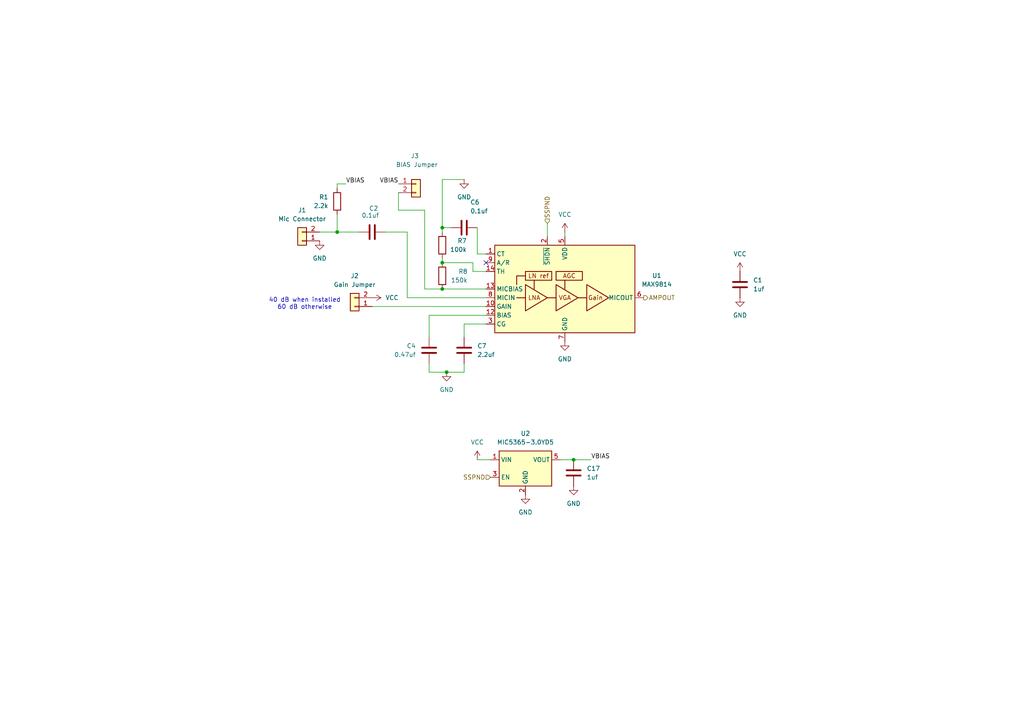
<source format=kicad_sch>
(kicad_sch (version 20250114) (generator "eeschema") (generator_version "9.0")
  (paper "A4")
  (lib_symbols
    (symbol "Amplifier_Audio:MAX9814"
      (property "Reference" "U" (at -20.32 13.97 0))
      (property "Value" "MAX9814" (at 11.43 13.97 0))
      (symbol "MAX9814_0_0"
        (rectangle (start -11.43 5.08) (end -3.81 2.54) (stroke (width 0.254)))
        (polyline (pts (xy -11.43 3.81) (xy -13.97 3.81) (xy -13.97 1.27)) (stroke (width 0.254)))
        (polyline (pts (xy -11.43 -2.54) (xy -13.97 -2.54)) (stroke (width 0.254)))
        (polyline (pts (xy -8.89 2.54) (xy -8.89 0)) (stroke (width 0.254)))
        (polyline (pts (xy -5.08 -2.54) (xy -11.43 1.27) (xy -11.43 -6.35) (xy -5.08 -2.54)) (stroke (width 0.254)))
        (rectangle (start -2.54 5.08) (end 5.08 2.54) (stroke (width 0.254)))
        (polyline (pts (xy -2.54 -2.54) (xy -5.08 -2.54)) (stroke (width 0.254)))
        (polyline (pts (xy 0 2.54) (xy 0 0)) (stroke (width 0.254)))
        (polyline (pts (xy 3.81 -2.54) (xy 6.35 -2.54)) (stroke (width 0.254)))
        (polyline (pts (xy 3.81 -2.54) (xy -2.54 1.27) (xy -2.54 -6.35) (xy 3.81 -2.54)) (stroke (width 0.254)))
        (polyline (pts (xy 12.7 -2.54) (xy 6.35 1.27) (xy 6.35 -6.35) (xy 12.7 -2.54)) (stroke (width 0.254)))
        (text "LNA" (at -8.89 -2.54 0) (effects (font (size 1.27 1.27))))
        (text "LN ref" (at -7.62 3.81 0) (effects (font (size 1.27 1.27))))
        (text "VGA" (at 0 -2.54 0) (effects (font (size 1.27 1.27))))
        (text "AGC" (at 1.27 3.81 0) (effects (font (size 1.27 1.27))))
        (text "Gain" (at 8.89 -2.54 0) (effects (font (size 1.27 1.27))))
      )
      (symbol "MAX9814_0_1"
        (rectangle (start -20.32 12.7) (end 20.32 -12.7) (stroke (width 0.254)) (fill (type background)))
      )
      (symbol "MAX9814_1_1"
        (pin input line (at -22.86 10.16 0) (length 2.54) (name "CT") (number "1"))
        (pin input line (at -22.86 7.62 0) (length 2.54) (name "A/R") (number "9"))
        (pin input line (at -22.86 5.08 0) (length 2.54) (name "TH") (number "14"))
        (pin output line (at -22.86 0 0) (length 2.54) (name "MICBIAS") (number "13"))
        (pin input line (at -22.86 -2.54 0) (length 2.54) (name "MICIN") (number "8"))
        (pin input line (at -22.86 -5.08 0) (length 2.54) (name "GAIN") (number "10"))
        (pin passive line (at -22.86 -7.62 0) (length 2.54) (name "BIAS") (number "12"))
        (pin passive line (at -22.86 -10.16 0) (length 2.54) (name "CG") (number "3"))
        (pin input line (at -5.08 15.24 270) (length 2.54) (name "~{SHDN}") (number "2"))
        (pin power_in line (at 0 15.24 270) (length 2.54) (name "VDD") (number "5"))
        (pin passive line (at 0 -15.24 90) (length 2.54) (hide yes) (name "GND") (number "11"))
        (pin passive line (at 0 -15.24 90) (length 2.54) (hide yes) (name "GND") (number "15"))
        (pin passive line (at 0 -15.24 90) (length 2.54) (hide yes) (name "GND") (number "4"))
        (pin power_in line (at 0 -15.24 90) (length 2.54) (name "GND") (number "7"))
        (pin output line (at 22.86 -2.54 180) (length 2.54) (name "MICOUT") (number "6"))
      )
    )
    (symbol "Connector_Generic:Conn_01x02" (pin_names (offset 1.016) (hide yes))
      (property "Reference" "J" (at 0 2.54 0))
      (property "Value" "Conn_01x02" (at 0 -5.08 0))
      (symbol "Conn_01x02_1_1"
        (rectangle (start -1.27 1.27) (end 1.27 -3.81) (stroke (width 0.254)) (fill (type background)))
        (rectangle (start -1.27 0.127) (end 0 -0.127) (stroke (width 0.1524)))
        (rectangle (start -1.27 -2.413) (end 0 -2.667) (stroke (width 0.1524)))
        (pin passive line (at -5.08 0 0) (length 3.81) (name "Pin_1") (number "1"))
        (pin passive line (at -5.08 -2.54 0) (length 3.81) (name "Pin_2") (number "2"))
      )
    )
    (symbol "Device:C" (pin_numbers (hide yes)) (pin_names (offset 0.254))
      (property "Reference" "C" (at 0.635 2.54 0))
      (property "Value" "C" (at 0.635 -2.54 0))
      (symbol "C_0_1"
        (polyline (pts (xy -2.032 0.762) (xy 2.032 0.762)) (stroke (width 0.508)))
        (polyline (pts (xy -2.032 -0.762) (xy 2.032 -0.762)) (stroke (width 0.508)))
      )
      (symbol "C_1_1"
        (pin passive line (at 0 3.81 270) (length 2.794) (name "~") (number "1"))
        (pin passive line (at 0 -3.81 90) (length 2.794) (name "~") (number "2"))
      )
    )
    (symbol "Device:R" (pin_numbers (hide yes)) (pin_names (offset 0))
      (property "Reference" "R" (at 2.032 0 90))
      (property "Value" "R" (at 0 0 90))
      (symbol "R_0_1"
        (rectangle (start -1.016 -2.54) (end 1.016 2.54) (stroke (width 0.254)))
      )
      (symbol "R_1_1"
        (pin passive line (at 0 3.81 270) (length 1.27) (name "~") (number "1"))
        (pin passive line (at 0 -3.81 90) (length 1.27) (name "~") (number "2"))
      )
    )
    (symbol "Regulator_Linear:MIC5365-3.3YD5"
      (property "Reference" "U" (at -7.62 6.35 0))
      (property "Value" "MIC5365-3.3YD5" (at 0 6.35 0))
      (symbol "MIC5365-3.3YD5_0_1"
        (rectangle (start -7.62 -5.08) (end 7.62 5.08) (stroke (width 0.254)) (fill (type background)))
      )
      (symbol "MIC5365-3.3YD5_1_1"
        (pin power_in line (at -10.16 2.54 0) (length 2.54) (name "VIN") (number "1"))
        (pin input line (at -10.16 -2.54 0) (length 2.54) (name "EN") (number "3"))
        (pin power_in line (at 0 -7.62 90) (length 2.54) (name "GND") (number "2"))
        (pin no_connect line (at 7.62 -2.54 180) (length 2.54) (hide yes) (name "NC") (number "4"))
        (pin power_out line (at 10.16 2.54 180) (length 2.54) (name "VOUT") (number "5"))
      )
    )
    (symbol "power:GND" (power) (pin_numbers (hide yes)) (pin_names (offset 0) (hide yes))
      (property "Value" "GND" (at 0 -3.81 0))
      (symbol "GND_0_1"
        (polyline (pts (xy 0 0) (xy 0 -1.27) (xy 1.27 -1.27) (xy 0 -2.54) (xy -1.27 -1.27) (xy 0 -1.27)))
      )
      (symbol "GND_1_1"
        (pin power_in line (at 0 0 270) (length 0) (name "~") (number "1"))
      )
    )
    (symbol "power:VCC" (power) (pin_numbers (hide yes)) (pin_names (offset 0) (hide yes))
      (property "Value" "VCC" (at 0 3.556 0))
      (symbol "VCC_0_1"
        (polyline (pts (xy -0.762 1.27) (xy 0 2.54)))
        (polyline (pts (xy 0 2.54) (xy 0.762 1.27)))
        (polyline (pts (xy 0 0) (xy 0 2.54)))
      )
      (symbol "VCC_1_1"
        (pin power_in line (at 0 0 90) (length 0) (name "~") (number "1"))
      )
    )
  )
  (text "40 dB when installed\n60 dB otherwise" (at 88.392 88.138 0) (effects (font (size 1.27 1.27))))
  (junction (at 129.54 107.95))
  (junction (at 128.27 83.82))
  (junction (at 166.37 133.35))
  (junction (at 97.79 67.31))
  (junction (at 128.27 66.04))
  (junction (at 128.27 76.2))
  (no_connect (at 140.97 76.2))
  (wire (pts (xy 138.43 66.04) (xy 138.43 73.66)))
  (wire (pts (xy 107.95 88.9) (xy 140.97 88.9)))
  (wire (pts (xy 166.37 133.35) (xy 171.45 133.35)))
  (wire (pts (xy 134.62 105.41) (xy 134.62 107.95)))
  (wire (pts (xy 134.62 52.07) (xy 128.27 52.07)))
  (wire (pts (xy 137.16 78.74) (xy 137.16 76.2)))
  (wire (pts (xy 128.27 52.07) (xy 128.27 66.04)))
  (wire (pts (xy 124.46 91.44) (xy 124.46 97.79)))
  (wire (pts (xy 163.83 67.31) (xy 163.83 68.58)))
  (wire (pts (xy 128.27 66.04) (xy 130.81 66.04)))
  (wire (pts (xy 138.43 73.66) (xy 140.97 73.66)))
  (wire (pts (xy 124.46 107.95) (xy 129.54 107.95)))
  (wire (pts (xy 137.16 76.2) (xy 128.27 76.2)))
  (wire (pts (xy 128.27 74.93) (xy 128.27 76.2)))
  (wire (pts (xy 118.11 67.31) (xy 118.11 86.36)))
  (wire (pts (xy 134.62 93.98) (xy 134.62 97.79)))
  (wire (pts (xy 92.71 67.31) (xy 97.79 67.31)))
  (wire (pts (xy 134.62 107.95) (xy 129.54 107.95)))
  (wire (pts (xy 158.75 64.77) (xy 158.75 68.58)))
  (wire (pts (xy 97.79 62.23) (xy 97.79 67.31)))
  (wire (pts (xy 118.11 67.31) (xy 111.76 67.31)))
  (wire (pts (xy 128.27 66.04) (xy 128.27 67.31)))
  (wire (pts (xy 140.97 78.74) (xy 137.16 78.74)))
  (wire (pts (xy 124.46 105.41) (xy 124.46 107.95)))
  (wire (pts (xy 100.33 53.34) (xy 97.79 53.34)))
  (wire (pts (xy 115.57 60.96) (xy 115.57 55.88)))
  (wire (pts (xy 97.79 53.34) (xy 97.79 54.61)))
  (wire (pts (xy 123.19 83.82) (xy 123.19 60.96)))
  (wire (pts (xy 140.97 83.82) (xy 128.27 83.82)))
  (wire (pts (xy 118.11 86.36) (xy 140.97 86.36)))
  (wire (pts (xy 97.79 67.31) (xy 104.14 67.31)))
  (wire (pts (xy 123.19 83.82) (xy 128.27 83.82)))
  (wire (pts (xy 123.19 60.96) (xy 115.57 60.96)))
  (wire (pts (xy 162.56 133.35) (xy 166.37 133.35)))
  (wire (pts (xy 140.97 93.98) (xy 134.62 93.98)))
  (wire (pts (xy 138.43 133.35) (xy 142.24 133.35)))
  (wire (pts (xy 140.97 91.44) (xy 124.46 91.44)))
  (label "VBIAS" (at 115.57 53.34 180))
  (label "VBIAS" (at 100.33 53.34 0))
  (label "VBIAS" (at 171.45 133.35 0))
  (hierarchical_label "SSPND" (shape input) (at 142.24 138.43 180))
  (hierarchical_label "AMPOUT" (shape output) (at 186.69 86.36 0))
  (hierarchical_label "SSPND" (shape input) (at 158.75 64.77 90))
  (symbol (lib_id "Device:C") (at 214.63 82.55 0) (unit 1)
    (property "Reference" "C1" (at 218.44 81.2799 0) (effects (justify left)))
    (property "Value" "1uf" (at 218.44 83.8199 0) (effects (justify left)))
    (property "Description" "Unpolarized capacitor" (effects (hide yes)))
  )
  (symbol (lib_id "Connector_Generic:Conn_01x02") (at 87.63 69.85 180) (unit 1)
    (property "Reference" "J1" (at 87.63 60.96 0))
    (property "Value" "Mic Connector" (at 87.63 63.5 0))
    (property "Description" "Generic connector, single row, 01x02, script generated (kicad-library-utils/schlib/autogen/connector/)" (effects (hide yes)))
  )
  (symbol (lib_id "power:VCC") (at 138.43 133.35 0) (unit 1)
    (property "Reference" "#PWR09" (effects (hide yes)))
    (property "Value" "VCC" (at 138.43 128.27 0))
    (property "Description" "Power symbol creates a global label with name \"VCC\"" (effects (hide yes)))
  )
  (symbol (lib_id "power:GND") (at 134.62 52.07 0) (unit 1)
    (property "Reference" "#PWR08" (effects (hide yes)))
    (property "Value" "GND" (at 134.62 57.15 0))
    (property "Description" "Power symbol creates a global label with name \"GND\" , ground" (effects (hide yes)))
  )
  (symbol (lib_id "Device:C") (at 124.46 101.6 0) (mirror y) (unit 1)
    (property "Reference" "C4" (at 120.65 100.3299 0) (effects (justify left)))
    (property "Value" "0.47uf" (at 120.65 102.8699 0) (effects (justify left)))
    (property "Description" "Unpolarized capacitor" (effects (hide yes)))
  )
  (symbol (lib_id "Connector_Generic:Conn_01x02") (at 102.87 88.9 180) (unit 1)
    (property "Reference" "J2" (at 102.87 80.01 0))
    (property "Value" "Gain Jumper" (at 102.87 82.55 0))
    (property "Description" "Generic connector, single row, 01x02, script generated (kicad-library-utils/schlib/autogen/connector/)" (effects (hide yes)))
  )
  (symbol (lib_id "power:VCC") (at 214.63 78.74 0) (unit 1)
    (property "Reference" "#PWR01" (effects (hide yes)))
    (property "Value" "VCC" (at 214.63 73.66 0))
    (property "Description" "Power symbol creates a global label with name \"VCC\"" (effects (hide yes)))
  )
  (symbol (lib_id "Regulator_Linear:MIC5365-3.3YD5") (at 152.4 135.89 0) (unit 1)
    (property "Reference" "U2" (at 152.4 125.73 0))
    (property "Value" "MIC5365-3.0YD5" (at 152.4 128.27 0))
    (property "Footprint" "Package_TO_SOT_SMD:TSOT-23-5" (effects (hide yes)))
    (property "Datasheet" "https://ww1.microchip.com/downloads/aemDocuments/documents/APID/ProductDocuments/DataSheets/MIC5365-6-High-Performance-Single-150mA-LDO-DS20006605A.pdf" (effects (hide yes)))
    (property "Description" "150mA Low-dropout Voltage Regulator, Vout 3.3V, Vin up to 5.5V, TSOT-23-5" (effects (hide yes)))
  )
  (symbol (lib_id "power:GND") (at 214.63 86.36 0) (unit 1)
    (property "Reference" "#PWR02" (effects (hide yes)))
    (property "Value" "GND" (at 214.63 91.44 0))
    (property "Description" "Power symbol creates a global label with name \"GND\" , ground" (effects (hide yes)))
  )
  (symbol (lib_id "Device:R") (at 97.79 58.42 0) (mirror x) (unit 1)
    (property "Reference" "R1" (at 95.25 57.1499 0) (effects (justify right)))
    (property "Value" "2.2k" (at 95.25 59.6899 0) (effects (justify right)))
    (property "Description" "Resistor" (effects (hide yes)))
  )
  (symbol (lib_id "Device:C") (at 166.37 137.16 0) (unit 1)
    (property "Reference" "C17" (at 170.18 135.8899 0) (effects (justify left)))
    (property "Value" "1uf" (at 170.18 138.4299 0) (effects (justify left)))
    (property "Description" "Unpolarized capacitor" (effects (hide yes)))
  )
  (symbol (lib_id "power:GND") (at 129.54 107.95 0) (unit 1)
    (property "Reference" "#PWR05" (effects (hide yes)))
    (property "Value" "GND" (at 129.54 113.03 0))
    (property "Description" "Power symbol creates a global label with name \"GND\" , ground" (effects (hide yes)))
  )
  (symbol (lib_id "power:VCC") (at 107.95 86.36 270) (unit 1)
    (property "Reference" "#PWR06" (effects (hide yes)))
    (property "Value" "VCC" (at 111.76 86.3599 90) (effects (justify left)))
    (property "Description" "Power symbol creates a global label with name \"VCC\"" (effects (hide yes)))
  )
  (symbol (lib_id "Connector_Generic:Conn_01x02") (at 120.65 53.34 0) (unit 1)
    (property "Reference" "J3" (at 119.126 45.212 0) (effects (justify left)))
    (property "Value" "BIAS Jumper" (at 114.808 47.752 0) (effects (justify left)))
    (property "Description" "Generic connector, single row, 01x02, script generated (kicad-library-utils/schlib/autogen/connector/)" (effects (hide yes)))
  )
  (symbol (lib_id "power:GND") (at 92.71 69.85 0) (unit 1)
    (property "Reference" "#PWR07" (effects (hide yes)))
    (property "Value" "GND" (at 92.71 74.93 0))
    (property "Description" "Power symbol creates a global label with name \"GND\" , ground" (effects (hide yes)))
  )
  (symbol (lib_id "Device:C") (at 134.62 101.6 0) (unit 1)
    (property "Reference" "C7" (at 138.43 100.3299 0) (effects (justify left)))
    (property "Value" "2.2uf" (at 138.43 102.8699 0) (effects (justify left)))
    (property "Description" "Unpolarized capacitor" (effects (hide yes)))
  )
  (symbol (lib_id "Amplifier_Audio:MAX9814") (at 163.83 83.82 0) (unit 1)
    (property "Reference" "U1" (at 190.5 79.9398 0))
    (property "Value" "MAX9814" (at 190.5 82.4798 0))
    (property "Footprint" "Package_DFN_QFN:DFN-14-1EP_3x3mm_P0.4mm_EP1.78x2.35mm" (effects (hide yes)))
    (property "Datasheet" "https://datasheets.maximintegrated.com/en/ds/MAX9814.pdf" (effects (hide yes)))
    (property "Description" "Microphone Amplifier with AGC and Low-Noise Microphone Bias, TDFN-14" (effects (hide yes)))
  )
  (symbol (lib_id "Device:C") (at 107.95 67.31 270) (mirror x) (unit 1)
    (property "Reference" "C2" (at 109.728 60.452 90) (effects (justify right)))
    (property "Value" "0.1uf" (at 109.982 62.484 90) (effects (justify right)))
    (property "Description" "Unpolarized capacitor" (effects (hide yes)))
  )
  (symbol (lib_id "power:VCC") (at 163.83 67.31 0) (unit 1)
    (property "Reference" "#PWR03" (effects (hide yes)))
    (property "Value" "VCC" (at 163.83 62.23 0))
    (property "Description" "Power symbol creates a global label with name \"VCC\"" (effects (hide yes)))
  )
  (symbol (lib_id "Device:R") (at 128.27 71.12 0) (mirror x) (unit 1)
    (property "Reference" "R7" (at 135.382 69.85 0) (effects (justify right)))
    (property "Value" "100k" (at 135.382 72.39 0) (effects (justify right)))
    (property "Description" "Resistor" (effects (hide yes)))
  )
  (symbol (lib_id "power:GND") (at 163.83 99.06 0) (unit 1)
    (property "Reference" "#PWR04" (effects (hide yes)))
    (property "Value" "GND" (at 163.83 104.14 0))
    (property "Description" "Power symbol creates a global label with name \"GND\" , ground" (effects (hide yes)))
  )
  (symbol (lib_id "Device:C") (at 134.62 66.04 90) (unit 1)
    (property "Reference" "C6" (at 136.398 58.674 90) (effects (justify right)))
    (property "Value" "0.1uf" (at 136.398 61.214 90) (effects (justify right)))
    (property "Description" "Unpolarized capacitor" (effects (hide yes)))
  )
  (symbol (lib_id "Device:R") (at 128.27 80.01 0) (mirror x) (unit 1)
    (property "Reference" "R8" (at 135.636 78.74 0) (effects (justify right)))
    (property "Value" "150k" (at 135.636 81.28 0) (effects (justify right)))
    (property "Description" "Resistor" (effects (hide yes)))
  )
  (symbol (lib_id "power:GND") (at 152.4 143.51 0) (unit 1)
    (property "Reference" "#PWR011" (effects (hide yes)))
    (property "Value" "GND" (at 152.4 148.59 0))
    (property "Description" "Power symbol creates a global label with name \"GND\" , ground" (effects (hide yes)))
  )
  (symbol (lib_id "power:GND") (at 166.37 140.97 0) (unit 1)
    (property "Reference" "#PWR010" (effects (hide yes)))
    (property "Value" "GND" (at 166.37 146.05 0))
    (property "Description" "Power symbol creates a global label with name \"GND\" , ground" (effects (hide yes)))
  )
)
</source>
